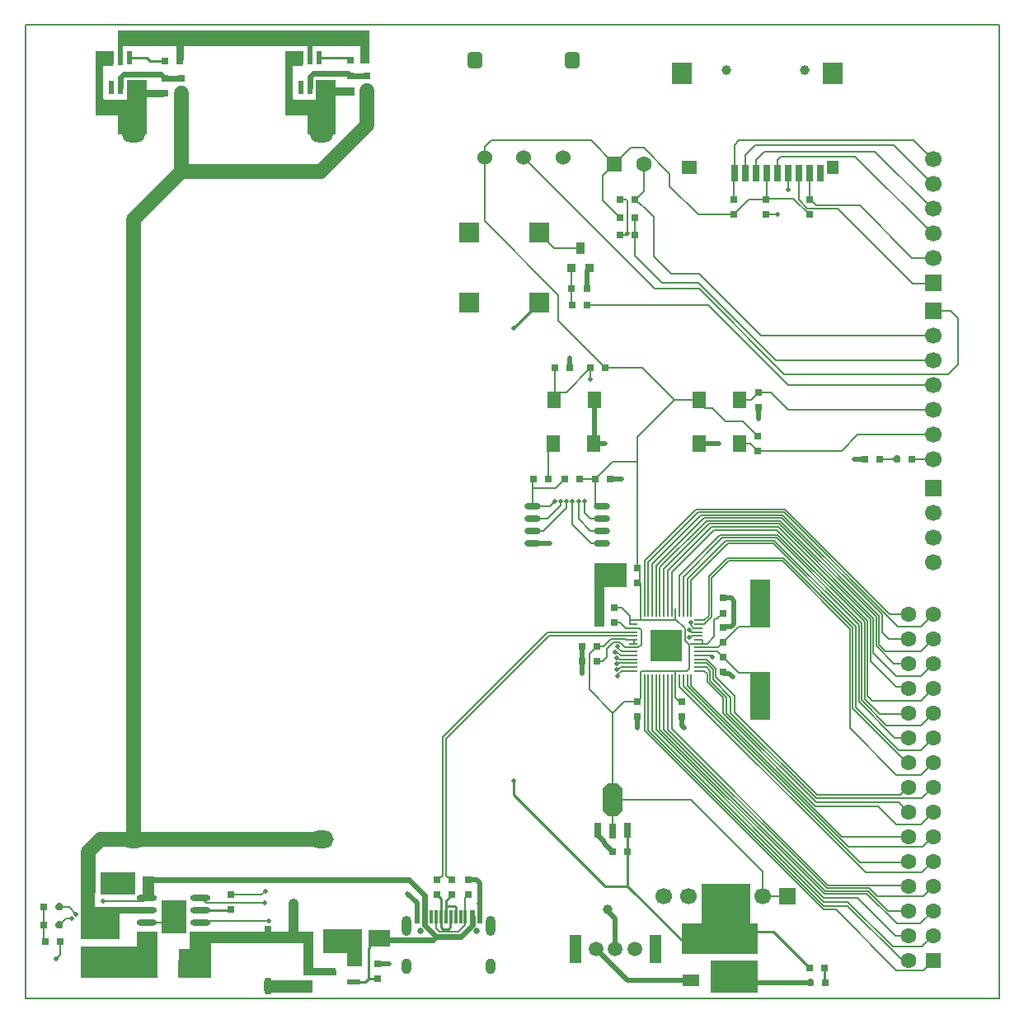
<source format=gtl>
G04*
G04 #@! TF.GenerationSoftware,Altium Limited,Altium Designer,20.2.6 (244)*
G04*
G04 Layer_Physical_Order=1*
G04 Layer_Color=255*
%FSLAX25Y25*%
%MOIN*%
G70*
G04*
G04 #@! TF.SameCoordinates,691D88A1-B60F-4D24-9C51-7A430DCC900A*
G04*
G04*
G04 #@! TF.FilePolarity,Positive*
G04*
G01*
G75*
%ADD11C,0.02362*%
%ADD12C,0.01000*%
%ADD13C,0.00787*%
%ADD19O,0.06693X0.02362*%
%ADD20R,0.02362X0.05709*%
%ADD21R,0.01181X0.05709*%
%ADD22R,0.12598X0.12598*%
%ADD23R,0.03543X0.00787*%
%ADD24R,0.00787X0.03543*%
%ADD25R,0.05315X0.07087*%
%ADD26R,0.08000X0.08661*%
%ADD27R,0.06299X0.05512*%
%ADD28R,0.04724X0.05512*%
%ADD29R,0.02756X0.07087*%
%ADD30R,0.03000X0.03000*%
%ADD31R,0.03000X0.03000*%
%ADD32P,0.03247X8X202.5*%
%ADD33O,0.03150X0.07087*%
%ADD34R,0.03150X0.07087*%
%ADD35O,0.08268X0.02362*%
%ADD36R,0.08268X0.02362*%
%ADD37R,0.06500X0.05000*%
%ADD38R,0.07874X0.07874*%
%ADD39R,0.03600X0.03600*%
%ADD40R,0.03600X0.05000*%
%ADD41R,0.02165X0.05512*%
G04:AMPARAMS|DCode=42|XSize=78.74mil|YSize=133.86mil|CornerRadius=0mil|HoleSize=0mil|Usage=FLASHONLY|Rotation=180.000|XOffset=0mil|YOffset=0mil|HoleType=Round|Shape=Octagon|*
%AMOCTAGOND42*
4,1,8,0.01968,-0.06693,-0.01968,-0.06693,-0.03937,-0.04724,-0.03937,0.04724,-0.01968,0.06693,0.01968,0.06693,0.03937,0.04724,0.03937,-0.04724,0.01968,-0.06693,0.0*
%
%ADD42OCTAGOND42*%

%ADD43R,0.02756X0.06299*%
%ADD44R,0.07874X0.19685*%
%ADD45R,0.05512X0.02362*%
%ADD46R,0.08661X0.06890*%
%ADD47R,0.14567X0.04331*%
%ADD93C,0.01968*%
%ADD94C,0.03937*%
%ADD95R,0.09843X0.13386*%
%ADD96C,0.00591*%
%ADD97C,0.01968*%
%ADD98C,0.03937*%
%ADD99C,0.05906*%
%ADD100C,0.06693*%
%ADD101R,0.06693X0.06693*%
%ADD102O,0.09843X0.07087*%
%ADD103C,0.02559*%
%ADD104O,0.03937X0.06299*%
%ADD105O,0.03937X0.08268*%
%ADD106C,0.06000*%
G04:AMPARAMS|DCode=107|XSize=60mil|YSize=66.93mil|CornerRadius=15mil|HoleSize=0mil|Usage=FLASHONLY|Rotation=0.000|XOffset=0mil|YOffset=0mil|HoleType=Round|Shape=RoundedRectangle|*
%AMROUNDEDRECTD107*
21,1,0.06000,0.03693,0,0,0.0*
21,1,0.03000,0.06693,0,0,0.0*
1,1,0.03000,0.01500,-0.01846*
1,1,0.03000,-0.01500,-0.01846*
1,1,0.03000,-0.01500,0.01846*
1,1,0.03000,0.01500,0.01846*
%
%ADD107ROUNDEDRECTD107*%
%ADD108R,0.06693X0.06693*%
%ADD109C,0.05906*%
%ADD110R,0.04724X0.11811*%
%ADD111R,0.06299X0.06299*%
%ADD112C,0.06299*%
%ADD113R,0.06299X0.06299*%
G36*
X139000Y378000D02*
X135500D01*
Y385000D01*
X116000D01*
Y381000D01*
X114000D01*
Y385000D01*
X64000D01*
Y379500D01*
X61000D01*
Y385000D01*
X39500D01*
Y377500D01*
X37500D01*
Y391500D01*
X139000D01*
Y378000D01*
D02*
G37*
G36*
X112000Y377000D02*
X108000D01*
Y364000D01*
X108500Y363500D01*
X117500D01*
Y371500D01*
X125500D01*
Y368500D01*
X133000D01*
Y365000D01*
X125500D01*
Y349500D01*
X114000D01*
Y357000D01*
X105000D01*
Y383000D01*
X112000D01*
Y377000D01*
D02*
G37*
G36*
X35500D02*
X31500D01*
Y364000D01*
X32000Y363500D01*
X41000D01*
Y371500D01*
X49000D01*
Y367500D01*
X56000D01*
Y364500D01*
X49000D01*
Y349500D01*
X37500D01*
Y357000D01*
X28500D01*
Y383000D01*
X35500D01*
Y377000D01*
D02*
G37*
G36*
X243000Y166500D02*
X234000D01*
Y150500D01*
X230000D01*
Y176000D01*
X243000D01*
Y166500D01*
D02*
G37*
G36*
X44500Y42000D02*
X30500D01*
Y51000D01*
X44500D01*
Y42000D01*
D02*
G37*
G36*
X52000Y41500D02*
X47500D01*
Y49500D01*
X52000D01*
Y41500D01*
D02*
G37*
G36*
X28000Y37000D02*
X48000D01*
Y34500D01*
X38000D01*
Y24000D01*
X22500D01*
Y44500D01*
X28000D01*
Y37000D01*
D02*
G37*
G36*
X293000Y30500D02*
X296000D01*
Y18000D01*
X265500D01*
Y30500D01*
X273500D01*
Y46500D01*
X293000D01*
Y30500D01*
D02*
G37*
G36*
X136000Y13000D02*
X130000D01*
Y18500D01*
X120500D01*
Y28000D01*
X136000D01*
Y13000D01*
D02*
G37*
G36*
X116500Y12500D02*
X125500D01*
Y9500D01*
X112500D01*
Y22500D01*
X75000D01*
Y8500D01*
X62000D01*
Y20000D01*
X66500D01*
Y27000D01*
X116500D01*
Y12500D01*
D02*
G37*
G36*
X53500Y8500D02*
X22500D01*
Y21000D01*
X45000D01*
Y27000D01*
X53500D01*
Y8500D01*
D02*
G37*
G36*
X296000Y7689D02*
X294717D01*
X294179Y7582D01*
X293723Y7277D01*
X293507Y7060D01*
X293202Y6605D01*
X293095Y6067D01*
X293202Y5529D01*
X293507Y5074D01*
X293962Y4769D01*
X294500Y4662D01*
X295038Y4769D01*
X295202Y4879D01*
X296000D01*
Y2500D01*
X277000D01*
Y15500D01*
X296000D01*
Y7689D01*
D02*
G37*
G36*
X116000Y2500D02*
X99500D01*
Y7500D01*
X116000D01*
Y2500D01*
D02*
G37*
D11*
X130392Y374167D02*
X131500Y373059D01*
X115000Y372783D02*
X116384Y374167D01*
X115000Y368500D02*
Y372783D01*
X116384Y374167D02*
X130392D01*
X38500Y372414D02*
X39907Y373822D01*
X54738D02*
X56500Y372059D01*
X39907Y373822D02*
X54738D01*
X38500Y368500D02*
Y372414D01*
X56500Y372059D02*
X63000D01*
X143866Y23689D02*
X164689D01*
X166000Y25000D01*
X143055Y24500D02*
X143866Y23689D01*
X161354Y33000D02*
Y41646D01*
X155000Y48000D02*
X161354Y41646D01*
X49059Y48000D02*
X155000D01*
X180646Y29689D02*
Y33000D01*
X166000Y25000D02*
X175957D01*
X180646Y29689D01*
X161354Y29646D02*
Y33000D01*
Y29646D02*
X166000Y25000D01*
X131500Y373059D02*
X138000D01*
D12*
X171103Y28189D02*
X171894Y28980D01*
X168047Y28775D02*
X168633Y28189D01*
X171103D01*
X168047Y28775D02*
Y40353D01*
X197500Y271153D02*
X207673Y281327D01*
X197500Y271000D02*
Y271153D01*
Y82500D02*
Y88000D01*
Y82500D02*
X234559Y45441D01*
X243559D01*
Y59500D01*
Y45441D02*
X268250Y20750D01*
X269000D01*
X243299Y59760D02*
Y67920D01*
Y59760D02*
X243559Y59500D01*
X323059Y7001D02*
Y12500D01*
Y7001D02*
X323559Y6500D01*
X302508Y26933D02*
X316941Y12500D01*
X294500Y26933D02*
X302508D01*
X142169Y24500D02*
X143055D01*
X139224Y21555D02*
X142169Y24500D01*
X139224Y20669D02*
Y21555D01*
X138577Y20022D02*
X139224Y20669D01*
X138577Y7941D02*
Y20022D01*
X132897Y6759D02*
X137395D01*
X138577Y7941D01*
X142500D01*
X171894Y32909D02*
X171984Y33000D01*
X171894Y28980D02*
Y32909D01*
X170000Y37500D02*
Y39500D01*
Y33016D02*
Y37500D01*
X173953Y33000D02*
Y36914D01*
X173367Y37500D02*
X173953Y36914D01*
X170000Y37500D02*
X173367D01*
X170000Y33016D02*
X170016Y33000D01*
X170000Y39500D02*
X172500Y42000D01*
X166400D02*
X168047Y40353D01*
X82890Y35669D02*
X83000Y35559D01*
X70866Y35669D02*
X82890D01*
X83000Y35941D02*
X83059Y36000D01*
X42823Y350602D02*
X43661Y349764D01*
X50441Y379000D02*
X56441D01*
X49130Y380311D02*
X50441Y379000D01*
X118740Y380311D02*
X130630D01*
X131441Y379500D01*
X42240Y380311D02*
X49130D01*
D13*
X298000Y41500D02*
X308000D01*
X298000D02*
Y51500D01*
X237494Y80407D02*
X269093D01*
X298000Y51500D01*
X295311Y338935D02*
X298876Y342500D01*
X295311Y334161D02*
Y338935D01*
X298876Y342500D02*
X343500D01*
X286500Y323000D02*
Y333708D01*
X286441Y317000D02*
X292441Y323000D01*
X260500Y328500D02*
X272000Y317000D01*
X286441D01*
X292441Y323000D02*
X299259D01*
X250000Y344000D02*
X260500Y333500D01*
Y328500D02*
Y333500D01*
X238189Y337500D02*
X244689Y344000D01*
X250000D01*
X310539Y323461D02*
X317000Y317000D01*
X312634Y323037D02*
Y334161D01*
X316170Y319500D02*
X328500D01*
X312634Y323037D02*
X316170Y319500D01*
X299720Y323461D02*
X310539D01*
X299720D02*
Y333936D01*
X299259Y323000D02*
X299720Y323461D01*
X358500Y299500D02*
X367000D01*
X317043Y323461D02*
Y333936D01*
Y323461D02*
X319823Y320681D01*
X337319D01*
X358500Y299500D01*
X328500Y319500D02*
X358892Y289108D01*
X228689Y347000D02*
X238189Y337500D01*
X188500Y347000D02*
X228689D01*
X185752Y339972D02*
Y344252D01*
X188500Y347000D01*
X366608Y289108D02*
X367000Y289500D01*
X358892Y289108D02*
X366608D01*
X303972Y334161D02*
Y338972D01*
X305500Y340500D02*
X335500D01*
X303972Y338972D02*
X305500Y340500D01*
X335500D02*
X367000Y309000D01*
X343500Y342500D02*
X367000Y319000D01*
X290980Y334161D02*
Y340980D01*
X295000Y345000D01*
X351000D02*
X367000Y329000D01*
X295000Y345000D02*
X351000D01*
X359000Y347000D02*
X367000Y339000D01*
X288500Y347000D02*
X359000D01*
X286650Y334161D02*
Y345150D01*
X288500Y347000D01*
X251053Y318947D02*
X251053D01*
X246779Y323220D02*
X250000Y326441D01*
X246559Y323000D02*
X246779Y323220D01*
X246559Y323000D02*
X247665Y321894D01*
X248106D01*
X251053Y318947D01*
X251053D02*
X254000Y316000D01*
Y300000D02*
X261000Y293000D01*
X254000Y300000D02*
Y316000D01*
X272500Y293000D02*
X297500Y268000D01*
X261000Y293000D02*
X272500D01*
X297500Y268000D02*
X367000D01*
X303500Y258000D02*
X367000D01*
X257500Y289500D02*
X272000D01*
X303500Y258000D01*
X246559Y300441D02*
X257500Y289500D01*
X246559Y300441D02*
Y308787D01*
Y315787D01*
X233500Y332811D02*
X238189Y337500D01*
X233500Y322728D02*
X240441Y315787D01*
X233500Y322728D02*
Y332811D01*
X250000Y326441D02*
Y337500D01*
X279709Y140350D02*
X288311Y131748D01*
X242399Y141925D02*
X247723D01*
X240681Y138776D02*
X245650D01*
X266702Y144780D02*
X268444Y143039D01*
Y133444D02*
Y143039D01*
X262874Y129425D02*
Y131965D01*
X248701Y152949D02*
X248701Y152949D01*
X244272Y151374D02*
X245650D01*
X239500Y141850D02*
X241000Y140350D01*
X262874Y153410D02*
Y156000D01*
X273602Y143803D02*
X273905Y143500D01*
X267426Y132426D02*
X268444Y133444D01*
X239232Y140224D02*
X240681Y138776D01*
X239000Y135500D02*
X239126Y135626D01*
X240681Y134051D02*
X245650D01*
X273602Y143803D02*
Y145075D01*
X239408Y137862D02*
X240069Y137201D01*
X258937Y142713D02*
X262874Y138776D01*
X266702Y144780D02*
Y149582D01*
X241000Y132476D02*
X245650D01*
X248701Y129425D02*
Y131965D01*
X245650Y149799D02*
X248201D01*
X240069Y137201D02*
X245650D01*
X277190Y138776D02*
X277814Y138152D01*
X247723Y141925D02*
X249000Y143202D01*
X239089Y137862D02*
X239408D01*
X272224Y138776D02*
X277190D01*
X268905Y143500D02*
X272224D01*
X262413Y132426D02*
X262874Y131965D01*
X262413Y132426D02*
X267426D01*
X268444Y143039D02*
X268905Y143500D01*
X272224Y145075D02*
X273602D01*
X249162Y132426D02*
X262413D01*
X244272Y151374D02*
Y154728D01*
X248701Y152949D02*
Y156000D01*
X239500Y130508D02*
Y130976D01*
X245650Y152949D02*
X262413D01*
X239126Y135626D02*
X245650D01*
X246111Y143500D02*
Y145075D01*
X239058Y133040D02*
X239670D01*
X240681Y134051D01*
X248701Y131965D02*
X249162Y132426D01*
X238254Y140224D02*
X239232D01*
X239500Y130976D02*
X241000Y132476D01*
X262874Y153410D02*
X266702Y149582D01*
X248201Y149799D02*
X249000Y149000D01*
X262413Y152949D02*
X262874Y153410D01*
X245650Y143500D02*
X246111D01*
X249000Y143202D02*
Y149000D01*
X241000Y140350D02*
X245650D01*
X239500Y141850D02*
Y142319D01*
X216512Y199382D02*
Y201000D01*
X202500Y194000D02*
X211129D01*
X216512Y199382D01*
X242894Y145075D02*
X246111D01*
X275441Y137201D02*
X279159Y133483D01*
X272224Y137201D02*
X275441D01*
X279159Y129973D02*
Y133483D01*
X272224Y140350D02*
X279709D01*
X279621Y129512D02*
X279621D01*
X279159Y129973D02*
X279621Y129512D01*
X259724Y108905D02*
Y129425D01*
X261299Y109000D02*
Y129425D01*
X273905Y143500D02*
X275586D01*
X296500Y245059D02*
X301441D01*
X308500Y238000D01*
X367000D01*
X336500Y228000D02*
X367000D01*
X329941Y221441D02*
X336500Y228000D01*
X296000Y221441D02*
X329941D01*
X247559Y217000D02*
Y227059D01*
Y174000D02*
Y217000D01*
X230441Y210000D02*
X237441Y217000D01*
X247559D01*
X224059Y210000D02*
X230441D01*
X49213Y30669D02*
X60039D01*
Y33169D01*
X215500Y274059D02*
X234559Y255000D01*
X215500Y274059D02*
Y284500D01*
X185752Y314248D02*
X215500Y284500D01*
X185752Y314248D02*
Y339972D01*
X220700Y287182D02*
X220882Y287000D01*
Y280618D02*
Y287000D01*
Y280618D02*
X221000Y280500D01*
X234559Y255000D02*
X249500D01*
X262500Y242000D01*
X213941Y242996D02*
X216094Y245150D01*
X213941Y242996D02*
Y255000D01*
Y242110D02*
Y242996D01*
X213831Y242000D02*
X213941Y242110D01*
X218590Y245150D02*
X228441Y255000D01*
X216094Y245150D02*
X218590D01*
X248559Y168000D02*
Y174000D01*
X262500Y242000D02*
X272331D01*
X247559Y227059D02*
X262500Y242000D01*
X306767Y252500D02*
X373000D01*
X254472Y287000D02*
X272267D01*
X306767Y252500D01*
X377000Y256500D02*
Y275010D01*
X367000Y278000D02*
X374010D01*
X377000Y275010D01*
X373000Y252500D02*
X377000Y256500D01*
X227000Y280500D02*
X276000D01*
X308500Y248000D02*
X367000D01*
X276000Y280500D02*
X308500Y248000D01*
X201500Y339972D02*
X254472Y287000D01*
X220700Y287182D02*
Y295500D01*
X213846Y303500D02*
X224500D01*
X207673Y309673D02*
X213846Y303500D01*
X248701Y156000D02*
Y167858D01*
X262874Y121685D02*
Y129425D01*
X267598Y169825D02*
X282954Y185181D01*
X267598Y156000D02*
Y169825D01*
X266024Y170478D02*
X281908Y186362D01*
X266024Y156000D02*
Y170478D01*
X269173Y169173D02*
X284000Y184000D01*
X269173Y156000D02*
Y169173D01*
X264449Y171130D02*
X280862Y187543D01*
X264449Y156000D02*
Y171130D01*
X259724Y173087D02*
X277386Y190749D01*
X259724Y156000D02*
Y173087D01*
X258150Y156000D02*
Y173739D01*
X276340Y191930D01*
X256575Y174392D02*
X275294Y193111D01*
X256575Y156000D02*
Y174392D01*
X255000Y175044D02*
X274248Y194292D01*
X255000Y156000D02*
Y175044D01*
X253425Y175696D02*
X273202Y195473D01*
X253425Y156000D02*
Y175696D01*
X251850Y176349D02*
X272156Y196654D01*
X251850Y156000D02*
Y176349D01*
X261299Y172435D02*
X278432Y189568D01*
X261299Y156000D02*
Y172435D01*
X250276Y156000D02*
Y177001D01*
X271110Y197836D01*
X228000Y124987D02*
X237494Y115494D01*
X228000Y139382D02*
X231118Y142500D01*
X228000Y124987D02*
Y139382D01*
X242059Y120059D02*
X247500D01*
X237494Y115494D02*
X242059Y120059D01*
X237494Y80407D02*
Y115494D01*
X248701Y121260D02*
Y129425D01*
X247500Y120059D02*
X248701Y121260D01*
X262874Y121685D02*
X264500Y120059D01*
X237394Y67907D02*
X237494Y68007D01*
Y80407D01*
X345560Y218001D02*
X352441D01*
X345559Y218000D02*
X345560Y218001D01*
X358560Y218000D02*
X367000D01*
X358559Y218001D02*
X358560Y218000D01*
X272331Y241114D02*
Y242000D01*
Y241114D02*
X274594Y238850D01*
X277650D01*
X283000Y233500D01*
X290059D02*
X296000Y227559D01*
X283000Y233500D02*
X290059D01*
X288669Y242000D02*
X293441D01*
X296500Y245059D01*
X288669Y224500D02*
X292941D01*
X296000Y221441D01*
X230441Y199796D02*
Y210000D01*
Y199796D02*
X231237Y199000D01*
X232976D01*
X205024Y206500D02*
Y209583D01*
Y199000D02*
Y206500D01*
X214441D02*
X217941Y210000D01*
X205024Y206500D02*
X214441D01*
X211559Y210000D02*
Y222728D01*
X213331Y224500D01*
X205024Y209583D02*
X205441Y210000D01*
X281908Y186362D02*
X303623D01*
X338117Y120594D02*
Y151868D01*
X303623Y186362D02*
X338117Y151868D01*
X305995Y176919D02*
X333393Y149522D01*
X284373Y176919D02*
X305995D01*
X333393Y109257D02*
Y149522D01*
X336936Y120104D02*
Y150989D01*
X340479Y122365D02*
X342344Y120500D01*
X342841Y139659D02*
X352000Y130500D01*
X341660Y136404D02*
X352064Y126000D01*
X346385Y148043D02*
X348927Y145500D01*
X342841Y139659D02*
Y153835D01*
X336936Y120104D02*
X351540Y105500D01*
X334574Y117363D02*
X356436Y95500D01*
X341660Y136404D02*
Y153346D01*
X339298Y121083D02*
X345248Y115132D01*
X338117Y120594D02*
X348210Y110500D01*
X305725Y194292D02*
X345203Y154814D01*
X340479Y122365D02*
Y152857D01*
X339298Y121083D02*
Y152367D01*
X346385Y148043D02*
Y155303D01*
X335755Y117852D02*
X353107Y100500D01*
X345203Y143197D02*
Y154814D01*
X305236Y193111D02*
X344022Y154324D01*
X304747Y191930D02*
X342841Y153835D01*
X335755Y117852D02*
Y150500D01*
X334574Y117363D02*
Y150011D01*
X306484Y178100D02*
X334574Y150011D01*
X333393Y109257D02*
X352191Y90459D01*
X345203Y143197D02*
X347901Y140500D01*
X344022Y142708D02*
X351230Y135500D01*
X306214Y195473D02*
X346385Y155303D01*
X303768Y189568D02*
X340479Y152857D01*
X302255Y184000D02*
X335755Y150500D01*
X302744Y185181D02*
X336936Y150989D01*
X304257Y190749D02*
X341660Y153346D01*
X304122Y187543D02*
X339298Y152367D01*
X344022Y142708D02*
Y154324D01*
X356436Y95500D02*
X357000D01*
X284000Y184000D02*
X302255D01*
X282954Y185181D02*
X302744D01*
X283884Y178100D02*
X306484D01*
X276394Y154924D02*
Y170610D01*
X276000Y154520D02*
Y154530D01*
X274429Y152949D02*
X276000Y154520D01*
Y154530D02*
X276394Y154924D01*
Y170610D02*
X283884Y178100D01*
X272224Y152949D02*
X274429D01*
X277575Y154425D02*
Y170121D01*
X284373Y176919D01*
X274524Y151374D02*
X277575Y154425D01*
X272224Y151374D02*
X274524D01*
X361959Y90459D02*
X367000Y95500D01*
X352191Y90459D02*
X361959D01*
X286724Y115776D02*
Y122408D01*
X279621Y129512D02*
X286724Y122408D01*
X275616Y128044D02*
Y131376D01*
X277978Y129023D02*
Y132994D01*
Y129023D02*
X285150Y121851D01*
X283575Y115411D02*
Y121756D01*
X275616Y128044D02*
X282000Y121660D01*
X285150Y115507D02*
Y121851D01*
X276797Y128533D02*
Y132504D01*
X282000Y115316D02*
Y121660D01*
X276797Y128533D02*
X283575Y121756D01*
X274516Y132476D02*
X275616Y131376D01*
X272224Y132476D02*
X274516D01*
X275250Y134051D02*
X276797Y132504D01*
X275346Y135626D02*
X277978Y132994D01*
X272224Y134051D02*
X275250D01*
X272224Y135626D02*
X275346D01*
X362000Y70500D02*
X367000Y75500D01*
X352000Y70500D02*
X362000D01*
X319540Y77776D02*
X344724D01*
X352000Y70500D01*
X353150Y79350D02*
X357000Y75500D01*
X319636Y79350D02*
X353150D01*
X362425Y80925D02*
X367000Y85500D01*
X319731Y80925D02*
X362425D01*
X356875Y85500D02*
X357000D01*
X353875Y82500D02*
X356875Y85500D01*
X320000Y82500D02*
X353875D01*
X285150Y115507D02*
X319731Y80925D01*
X283575Y115411D02*
X319636Y79350D01*
X282000Y115316D02*
X319540Y77776D01*
X286724Y115776D02*
X320000Y82500D01*
X275586Y143500D02*
X278500Y146414D01*
Y153000D01*
X347901Y140500D02*
X362000D01*
X351230Y135500D02*
X357000D01*
X352000Y130500D02*
X362000D01*
X352064Y126000D02*
X356500D01*
X342344Y120500D02*
X362000D01*
X351540Y105500D02*
X357000D01*
X345248Y115132D02*
X356632D01*
X348210Y110500D02*
X362000D01*
X353107Y100500D02*
X362000D01*
X356632Y115132D02*
X357000Y115500D01*
X348927Y145500D02*
X357000D01*
X273202Y195473D02*
X306214D01*
X276340Y191930D02*
X304747D01*
X274248Y194292D02*
X305725D01*
X275294Y193111D02*
X305236D01*
X278432Y189568D02*
X303768D01*
X280862Y187543D02*
X304122D01*
X277386Y190749D02*
X304257D01*
X307193Y197836D02*
X349528Y155500D01*
X271110Y197836D02*
X307193D01*
X306703Y196654D02*
X352858Y150500D01*
X349528Y155500D02*
X357000D01*
X272156Y196654D02*
X306703D01*
X352858Y150500D02*
X362000D01*
Y100500D02*
X367000Y105500D01*
X362000Y110500D02*
X367000Y115500D01*
X362000Y120500D02*
X367000Y125500D01*
X356500Y126000D02*
X357000Y125500D01*
X362000Y130500D02*
X367000Y135500D01*
X362000Y140500D02*
X367000Y145500D01*
X362000Y150500D02*
X367000Y155500D01*
X248559Y168000D02*
X248701Y167858D01*
X279780Y153662D02*
X282000Y155882D01*
X279162Y153662D02*
X279780D01*
X278500Y153000D02*
X279162Y153662D01*
X238118Y158000D02*
X241000D01*
X244272Y154728D01*
X238118Y152000D02*
X240500D01*
X242701Y149799D02*
X245650D01*
X240500Y152000D02*
X242701Y149799D01*
X237766Y144090D02*
X240234D01*
X235000Y138095D02*
Y141325D01*
X237766Y144090D01*
X231118Y142500D02*
X233799D01*
X236768Y145468D01*
X242500D01*
X231118Y136500D02*
X233405D01*
X235000Y138095D01*
X241272Y143053D02*
Y143053D01*
Y143053D02*
X242399Y141925D01*
X240234Y144090D02*
X241272Y143053D01*
X242500Y145468D02*
X242894Y145075D01*
X205024Y199000D02*
X205060Y199037D01*
X212186D02*
X214150Y201000D01*
X205060Y199037D02*
X212186D01*
X228502Y194000D02*
X232976D01*
X225961Y196541D02*
X225961Y201000D01*
X225961Y196541D02*
X228502Y194000D01*
X228509Y189000D02*
X232976D01*
X223598Y193911D02*
Y201000D01*
Y193911D02*
X228509Y189000D01*
X228826Y184000D02*
X232976D01*
X221236Y191590D02*
Y201000D01*
Y191590D02*
X228826Y184000D01*
X209346Y189000D02*
X218874Y198529D01*
X205024Y189000D02*
X209346D01*
X218874Y198529D02*
Y201000D01*
X362511Y21011D02*
X367000Y25500D01*
X332555Y39197D02*
X350741Y21011D01*
X362511D01*
X352148Y11563D02*
X363063D01*
X322656Y35952D02*
X327759D01*
X352148Y11563D01*
X363063D02*
X367000Y15500D01*
X332508Y37574D02*
X354582Y15500D01*
X357000D01*
X367000Y25500D02*
X367000D01*
X361769Y30269D02*
X367000Y35500D01*
X367000D01*
X352278Y30269D02*
X361769D01*
X340201Y42346D02*
X352278Y30269D01*
X336396Y40771D02*
X351668Y25500D01*
X357000D01*
X362421Y50921D02*
X367000Y55500D01*
X339714Y50921D02*
X362421D01*
X264449Y126186D02*
X339714Y50921D01*
X356457Y54957D02*
X357000Y55500D01*
X337348Y54957D02*
X356457D01*
X266024Y126281D02*
X337348Y54957D01*
X362780Y61280D02*
X367000Y65500D01*
X267598Y126377D02*
X332696Y61280D01*
X362780D01*
X264449Y126186D02*
Y129425D01*
X330146Y65500D02*
X357000D01*
X269173Y126472D02*
X330146Y65500D01*
X269173Y126472D02*
Y129425D01*
X267598Y126377D02*
Y129425D01*
X266024Y126281D02*
Y129425D01*
X258150Y108809D02*
X323431Y43527D01*
X258150Y108809D02*
Y129425D01*
X322703Y37574D02*
X332508D01*
X250276Y108331D02*
X322656Y35952D01*
X253425Y108522D02*
X322751Y39197D01*
X344325Y41563D02*
X363063D01*
X348718Y35500D02*
X357000D01*
X256575Y108713D02*
X322942Y42346D01*
X251850Y108427D02*
X322703Y37574D01*
X322847Y40771D02*
X336396D01*
X322942Y42346D02*
X340201D01*
X322751Y39197D02*
X332555D01*
X356610Y45890D02*
X357000Y45500D01*
X340691Y43527D02*
X348718Y35500D01*
X259724Y108905D02*
X323920Y44708D01*
X324410Y45890D02*
X356610D01*
X323920Y44708D02*
X341180D01*
X255000Y108618D02*
X322847Y40771D01*
X323431Y43527D02*
X340691D01*
X341180Y44708D02*
X344325Y41563D01*
X261299Y109000D02*
X324410Y45890D01*
X363063Y41563D02*
X367000Y45500D01*
X250276Y108331D02*
Y129425D01*
X251850Y108427D02*
Y129425D01*
X253425Y108522D02*
Y129425D01*
X255000Y108618D02*
Y129425D01*
X256575Y108713D02*
Y129425D01*
X272224Y141925D02*
X279984D01*
X282000Y143941D01*
X297000Y153795D02*
Y159701D01*
X293457Y150252D02*
X297000Y153795D01*
X288311Y150252D02*
X293457D01*
X282000Y143941D02*
X288311Y150252D01*
X288311Y131748D02*
X293457D01*
X297000Y128205D01*
Y122299D02*
Y128205D01*
X211650Y146650D02*
X245650D01*
X170237Y105237D02*
X211650Y146650D01*
X210997Y148224D02*
X245650D01*
X168663Y105890D02*
X210997Y148224D01*
X171436Y49182D02*
X172500Y48118D01*
X168201Y49182D02*
X168663Y49643D01*
Y105890D01*
X170699Y49182D02*
X171436D01*
X170237Y49643D02*
X170699Y49182D01*
X170237Y49643D02*
Y105237D01*
X167464Y49182D02*
X168201D01*
X166400Y48118D02*
X167464Y49182D01*
X0Y0D02*
Y393701D01*
X393701D01*
Y0D02*
Y393701D01*
X0Y0D02*
X393701D01*
D19*
X205024Y199000D02*
D03*
Y194000D02*
D03*
Y189000D02*
D03*
Y184000D02*
D03*
X232976Y199000D02*
D03*
Y194000D02*
D03*
Y189000D02*
D03*
Y184000D02*
D03*
D20*
X161354Y33000D02*
D03*
X158303D02*
D03*
X180646D02*
D03*
X183697D02*
D03*
D21*
X164110D02*
D03*
X170016D02*
D03*
X168047D02*
D03*
X166079D02*
D03*
X177890D02*
D03*
X171984D02*
D03*
X173953D02*
D03*
X175921D02*
D03*
D22*
X258937Y142713D02*
D03*
D23*
X245650Y132476D02*
D03*
Y134051D02*
D03*
Y135626D02*
D03*
Y137201D02*
D03*
Y138776D02*
D03*
Y140350D02*
D03*
Y141925D02*
D03*
Y143500D02*
D03*
Y145075D02*
D03*
Y146650D02*
D03*
Y148224D02*
D03*
Y149799D02*
D03*
Y151374D02*
D03*
Y152949D02*
D03*
X272224D02*
D03*
Y151374D02*
D03*
Y149799D02*
D03*
Y148224D02*
D03*
Y146650D02*
D03*
Y145075D02*
D03*
Y143500D02*
D03*
Y141925D02*
D03*
Y140350D02*
D03*
Y138776D02*
D03*
Y137201D02*
D03*
Y135626D02*
D03*
Y134051D02*
D03*
Y132476D02*
D03*
D24*
X248701Y156000D02*
D03*
X250276D02*
D03*
X251850D02*
D03*
X253425D02*
D03*
X255000D02*
D03*
X256575D02*
D03*
X258150D02*
D03*
X259724D02*
D03*
X261299D02*
D03*
X262874D02*
D03*
X264449D02*
D03*
X266024D02*
D03*
X267598D02*
D03*
X269173D02*
D03*
Y129425D02*
D03*
X267598D02*
D03*
X266024D02*
D03*
X264449D02*
D03*
X262874D02*
D03*
X261299D02*
D03*
X259724D02*
D03*
X258150D02*
D03*
X256575D02*
D03*
X255000D02*
D03*
X253425D02*
D03*
X251850D02*
D03*
X250276D02*
D03*
X248701D02*
D03*
D25*
X272331Y242000D02*
D03*
X288669D02*
D03*
X213831D02*
D03*
X230169D02*
D03*
X272331Y224500D02*
D03*
X288669D02*
D03*
X229669D02*
D03*
X213331D02*
D03*
D26*
X265390Y373925D02*
D03*
X326413D02*
D03*
D27*
X268539Y336130D02*
D03*
D28*
X326413D02*
D03*
D29*
X286650Y333661D02*
D03*
X290980D02*
D03*
X295311D02*
D03*
X299642D02*
D03*
X303972D02*
D03*
X312634D02*
D03*
X316965D02*
D03*
X321295D02*
D03*
X308303D02*
D03*
D30*
X286500Y323059D02*
D03*
Y316941D02*
D03*
X317000Y323059D02*
D03*
Y316941D02*
D03*
X299500Y323059D02*
D03*
Y316941D02*
D03*
X179000Y41941D02*
D03*
Y48059D02*
D03*
X278500Y13941D02*
D03*
Y20059D02*
D03*
X83000Y42059D02*
D03*
Y35941D02*
D03*
X142500Y14059D02*
D03*
Y7941D02*
D03*
X114500Y5941D02*
D03*
Y12059D02*
D03*
X265500Y113941D02*
D03*
Y120059D02*
D03*
X247500Y113941D02*
D03*
Y120059D02*
D03*
X282000Y131941D02*
D03*
Y138059D02*
D03*
Y162000D02*
D03*
Y155882D02*
D03*
Y150059D02*
D03*
Y143941D02*
D03*
X296500Y238941D02*
D03*
Y245059D02*
D03*
X296000Y221441D02*
D03*
Y227559D02*
D03*
X56500Y372059D02*
D03*
Y365941D02*
D03*
X63000Y372059D02*
D03*
Y365941D02*
D03*
X131500Y373059D02*
D03*
Y366941D02*
D03*
X138000Y373059D02*
D03*
Y366941D02*
D03*
X172500Y48118D02*
D03*
Y42000D02*
D03*
X166400Y48118D02*
D03*
Y42000D02*
D03*
D31*
X31941Y43500D02*
D03*
X25823D02*
D03*
X31941Y49380D02*
D03*
X25823D02*
D03*
X323559Y6500D02*
D03*
X323059Y12500D02*
D03*
X316941D02*
D03*
X42941Y48000D02*
D03*
X49059D02*
D03*
X225000Y136500D02*
D03*
X231118D02*
D03*
X225000Y142500D02*
D03*
X231118D02*
D03*
X232000Y158000D02*
D03*
X238118D02*
D03*
X232000Y152000D02*
D03*
X238118D02*
D03*
X241441Y168000D02*
D03*
X247559D02*
D03*
X241441Y174000D02*
D03*
X247559D02*
D03*
X217941Y210000D02*
D03*
X224059D02*
D03*
X230441D02*
D03*
X236559D02*
D03*
X234559Y255000D02*
D03*
X228441D02*
D03*
X220059D02*
D03*
X213941D02*
D03*
X339441Y218000D02*
D03*
X345559D02*
D03*
X227000Y287000D02*
D03*
X220882D02*
D03*
X240441Y323000D02*
D03*
X246559D02*
D03*
X240441Y308787D02*
D03*
X246559D02*
D03*
X62559Y379000D02*
D03*
X56441D02*
D03*
X137559Y379500D02*
D03*
X131441D02*
D03*
X240441Y315787D02*
D03*
X246559D02*
D03*
X237441Y59500D02*
D03*
X243559D02*
D03*
X227059Y280500D02*
D03*
X220941D02*
D03*
X205441Y210000D02*
D03*
X211559D02*
D03*
X358559Y218001D02*
D03*
X8084Y23000D02*
D03*
X14202D02*
D03*
X7541Y29682D02*
D03*
Y37206D02*
D03*
D32*
X317441Y6500D02*
D03*
X352441Y218001D02*
D03*
X13659Y29682D02*
D03*
Y37206D02*
D03*
D33*
X98000Y5067D02*
D03*
X294500Y6067D02*
D03*
D34*
X98000Y25933D02*
D03*
X294500Y26933D02*
D03*
D35*
X49213Y40669D02*
D03*
Y35669D02*
D03*
Y30669D02*
D03*
Y25669D02*
D03*
X70866Y40669D02*
D03*
Y35669D02*
D03*
Y30669D02*
D03*
D36*
Y25669D02*
D03*
D37*
X269000Y20750D02*
D03*
Y7250D02*
D03*
D38*
X207673Y281327D02*
D03*
Y309673D02*
D03*
X179327D02*
D03*
Y281327D02*
D03*
D39*
X220700Y295500D02*
D03*
X228200D02*
D03*
D40*
X224500Y303500D02*
D03*
D41*
X118740Y380311D02*
D03*
X115000D02*
D03*
X111260D02*
D03*
Y368500D02*
D03*
X115000D02*
D03*
X118740D02*
D03*
X42240Y380311D02*
D03*
X38500D02*
D03*
X34760D02*
D03*
Y368500D02*
D03*
X38500D02*
D03*
X42240D02*
D03*
D42*
X237494Y80407D02*
D03*
D43*
X243299Y67920D02*
D03*
X237394Y67907D02*
D03*
X231488Y67920D02*
D03*
D44*
X297000Y122299D02*
D03*
Y159701D02*
D03*
D45*
X123000Y10500D02*
D03*
X132897Y14240D02*
D03*
Y6759D02*
D03*
D46*
X124945Y24500D02*
D03*
X143055D02*
D03*
X66055Y12000D02*
D03*
X47945D02*
D03*
D47*
X30500Y26406D02*
D03*
Y14594D02*
D03*
D93*
X97000Y43500D02*
D03*
X262937Y146713D02*
D03*
Y142713D02*
D03*
Y138713D02*
D03*
X258937Y146713D02*
D03*
Y142713D02*
D03*
Y138713D02*
D03*
X254937Y146713D02*
D03*
Y142713D02*
D03*
Y138713D02*
D03*
X326413Y373925D02*
D03*
X326413Y336130D02*
D03*
X268539D02*
D03*
X265390Y373925D02*
D03*
X308500Y327000D02*
D03*
X304000Y317000D02*
D03*
X243500Y309287D02*
D03*
X183697Y41697D02*
D03*
X57500Y29500D02*
D03*
X62500Y37500D02*
D03*
X268500Y146000D02*
D03*
X277814Y138152D02*
D03*
X239089Y137862D02*
D03*
X268474Y149014D02*
D03*
X239500Y130508D02*
D03*
Y142319D02*
D03*
X239000Y135500D02*
D03*
X239058Y133040D02*
D03*
X268918Y152212D02*
D03*
X238254Y140224D02*
D03*
X247500Y109500D02*
D03*
X266500D02*
D03*
X286000Y130000D02*
D03*
X286500Y151500D02*
D03*
Y160847D02*
D03*
X335000Y218000D02*
D03*
X296500Y234500D02*
D03*
X280500Y224500D02*
D03*
X122000Y388500D02*
D03*
X127500D02*
D03*
X133000D02*
D03*
X95000D02*
D03*
X100500D02*
D03*
X106000D02*
D03*
X111500D02*
D03*
X116500D02*
D03*
X68000D02*
D03*
X73500D02*
D03*
X79000D02*
D03*
X84500D02*
D03*
X89500D02*
D03*
X62500D02*
D03*
X57500D02*
D03*
X52000D02*
D03*
X46500D02*
D03*
X41000D02*
D03*
X227000Y291500D02*
D03*
X220000Y259000D02*
D03*
X241000Y210000D02*
D03*
X234500Y224500D02*
D03*
X212000Y184000D02*
D03*
X232500Y164500D02*
D03*
Y168000D02*
D03*
X236000Y171000D02*
D03*
X232500D02*
D03*
X236000Y174000D02*
D03*
X232500D02*
D03*
X225000Y134000D02*
D03*
Y131500D02*
D03*
X289000Y6000D02*
D03*
X283000Y12500D02*
D03*
X289000D02*
D03*
X283000Y6000D02*
D03*
X234141Y62800D02*
D03*
X147000Y14000D02*
D03*
X183500Y38500D02*
D03*
X158303Y38697D02*
D03*
X156402Y40598D02*
D03*
X154500Y42500D02*
D03*
X109000Y4500D02*
D03*
X106000D02*
D03*
X102500D02*
D03*
X37000Y45000D02*
D03*
Y49000D02*
D03*
X98396Y31404D02*
D03*
X96723Y38625D02*
D03*
X31477Y39344D02*
D03*
X12500Y16000D02*
D03*
X18830Y32330D02*
D03*
X20500Y34000D02*
D03*
X62500Y29500D02*
D03*
Y33500D02*
D03*
X57500D02*
D03*
Y37500D02*
D03*
X228500Y250500D02*
D03*
X197500Y271000D02*
D03*
Y88000D02*
D03*
X225961Y201000D02*
D03*
X223598D02*
D03*
X221236D02*
D03*
X214150D02*
D03*
X216512D02*
D03*
X218874D02*
D03*
X135000Y20500D02*
D03*
X132000D02*
D03*
X135000Y23500D02*
D03*
X132000D02*
D03*
X135000Y26500D02*
D03*
X132000D02*
D03*
D94*
X235500Y36000D02*
D03*
X108500Y38500D02*
D03*
X283500Y375500D02*
D03*
X314996D02*
D03*
D95*
X60039Y33169D02*
D03*
D96*
X95559Y42059D02*
X97000Y43500D01*
X83000Y42059D02*
X95559D01*
X308382Y333936D02*
X308500Y333818D01*
Y327000D02*
Y333818D01*
X303941Y316941D02*
X304000Y317000D01*
X299500Y316941D02*
X303941D01*
X240441Y308787D02*
X243000D01*
X243500Y309287D02*
Y322500D01*
X243000Y308787D02*
X243500Y309287D01*
X240441Y323000D02*
X243000D01*
X243500Y322500D01*
X177890Y33000D02*
Y40831D01*
X179000Y41941D01*
X175000Y27000D02*
X177890Y29890D01*
Y33000D01*
X167500Y27000D02*
X175000D01*
X166079Y28421D02*
Y33000D01*
Y28421D02*
X167500Y27000D01*
X269523Y146650D02*
X272224D01*
X268918Y150936D02*
Y152212D01*
X268873Y146000D02*
X269523Y146650D01*
X270054Y149799D02*
X272224D01*
X268500Y146000D02*
X268873D01*
X269263Y148224D02*
X272224D01*
X268474Y149014D02*
X269263Y148224D01*
X268918Y150936D02*
X270054Y149799D01*
X71601Y31404D02*
X98396D01*
X72911Y38625D02*
X96723D01*
X70866Y40669D02*
X72911Y38625D01*
X70866Y30669D02*
X71601Y31404D01*
X47888Y39344D02*
X49213Y40669D01*
X31477Y39344D02*
X47888D01*
X14202Y17702D02*
Y23000D01*
X12500Y16000D02*
X14202Y17702D01*
X7541Y23543D02*
Y29682D01*
Y23543D02*
X8084Y23000D01*
X7541Y29682D02*
Y37206D01*
X13659D02*
X13954Y36911D01*
X17589D01*
X20500Y34000D01*
X13659Y29682D02*
X16307Y32330D01*
X18830D01*
X228441Y255000D02*
X228500Y254941D01*
Y250500D02*
Y254941D01*
D97*
X238500Y20197D02*
Y32467D01*
X235500Y35467D02*
X238500Y32467D01*
X235500Y35467D02*
Y36000D01*
X183697Y33000D02*
Y41697D01*
X179000Y48059D02*
X182441D01*
X183697Y46803D01*
Y41697D02*
Y46803D01*
X230626Y20197D02*
X243573Y7250D01*
X247500Y109500D02*
Y113941D01*
X265500Y110500D02*
Y113941D01*
Y110500D02*
X266500Y109500D01*
X282000Y131941D02*
X282516Y131425D01*
X284575D01*
X286000Y130000D01*
X282000Y150059D02*
X282288Y150347D01*
X285347D01*
X286500Y151500D02*
Y160847D01*
X285347Y150347D02*
X286500Y151500D01*
X282000Y162000D02*
X285347D01*
X286500Y160847D01*
X335000Y218000D02*
X339441D01*
X296500Y234500D02*
Y238941D01*
X272331Y224500D02*
X280500D01*
X227000Y287000D02*
Y294300D01*
X228200Y295500D01*
X220059Y255000D02*
Y258941D01*
X220000Y259000D02*
X220059Y258941D01*
X229669Y224500D02*
X229919Y224750D01*
Y241750D01*
X230169Y242000D01*
X236559Y210000D02*
X241000D01*
X229669Y224500D02*
X234500D01*
X205024Y184000D02*
X212000D01*
X225000Y131500D02*
Y136500D01*
Y142500D01*
X317225Y6284D02*
X317441Y6500D01*
X294717Y6284D02*
X317225D01*
X294500Y6067D02*
X294717Y6284D01*
X231488Y66148D02*
Y67920D01*
Y66148D02*
X234141Y63495D01*
Y62800D02*
Y63495D01*
Y62800D02*
X237441Y59500D01*
X142500Y14059D02*
X142559Y14000D01*
X147000D01*
X154500Y42500D02*
X158303Y38697D01*
Y33000D02*
Y38697D01*
X243573Y7250D02*
X269000D01*
D98*
X108500Y24500D02*
Y38500D01*
X30485Y26420D02*
X30500Y26406D01*
X25697Y26420D02*
X30485D01*
D99*
X25500Y49380D02*
Y59500D01*
Y43500D02*
Y49380D01*
X30331Y64331D02*
X43661D01*
X25500Y59500D02*
X30331Y64331D01*
X43661D02*
X119646D01*
X138000Y353000D02*
Y366941D01*
X119500Y334500D02*
X138000Y353000D01*
X63000Y334500D02*
X119500D01*
X63000D02*
Y365941D01*
X43661Y315161D02*
X63000Y334500D01*
X43661Y64331D02*
Y315161D01*
D100*
X258000Y41500D02*
D03*
X268000D02*
D03*
X278000D02*
D03*
X288000D02*
D03*
X298000D02*
D03*
X367000Y339500D02*
D03*
Y329500D02*
D03*
Y319500D02*
D03*
Y309500D02*
D03*
Y299500D02*
D03*
X367106Y196500D02*
D03*
Y186500D02*
D03*
Y176500D02*
D03*
X367000Y218000D02*
D03*
Y268000D02*
D03*
Y258000D02*
D03*
Y248000D02*
D03*
Y238000D02*
D03*
Y228000D02*
D03*
D101*
X308000Y41500D02*
D03*
D102*
X43661Y349764D02*
D03*
X119646D02*
D03*
Y64331D02*
D03*
X43661D02*
D03*
D103*
X182378Y27311D02*
D03*
X159622D02*
D03*
D104*
X188008Y12941D02*
D03*
X153992D02*
D03*
D105*
X188008Y29398D02*
D03*
X153992D02*
D03*
D106*
X185752Y339972D02*
D03*
X201500D02*
D03*
X217248D02*
D03*
D107*
X181815Y379343D02*
D03*
X221185D02*
D03*
D108*
X367000Y289500D02*
D03*
X367106Y206500D02*
D03*
X367000Y278000D02*
D03*
D109*
X230626Y20197D02*
D03*
X238500Y20197D02*
D03*
X246374Y20197D02*
D03*
D110*
X222359D02*
D03*
X254642D02*
D03*
D111*
X238189Y337500D02*
D03*
D112*
X250000D02*
D03*
X357000Y15500D02*
D03*
X367000Y25500D02*
D03*
X357000D02*
D03*
X367000Y35500D02*
D03*
X357000D02*
D03*
X367000Y45500D02*
D03*
X357000D02*
D03*
X367000Y55500D02*
D03*
X357000D02*
D03*
X367000Y65500D02*
D03*
X357000D02*
D03*
X367000Y75500D02*
D03*
X357000D02*
D03*
X367000Y85500D02*
D03*
X357000D02*
D03*
X367000Y95500D02*
D03*
X357000D02*
D03*
X367000Y105500D02*
D03*
X357000D02*
D03*
X367000Y115500D02*
D03*
X357000D02*
D03*
X367000Y125500D02*
D03*
X357000D02*
D03*
X367000Y135500D02*
D03*
X357000D02*
D03*
X367000Y145500D02*
D03*
X357000D02*
D03*
X367000Y155500D02*
D03*
X357000D02*
D03*
D113*
X367000Y15500D02*
D03*
M02*

</source>
